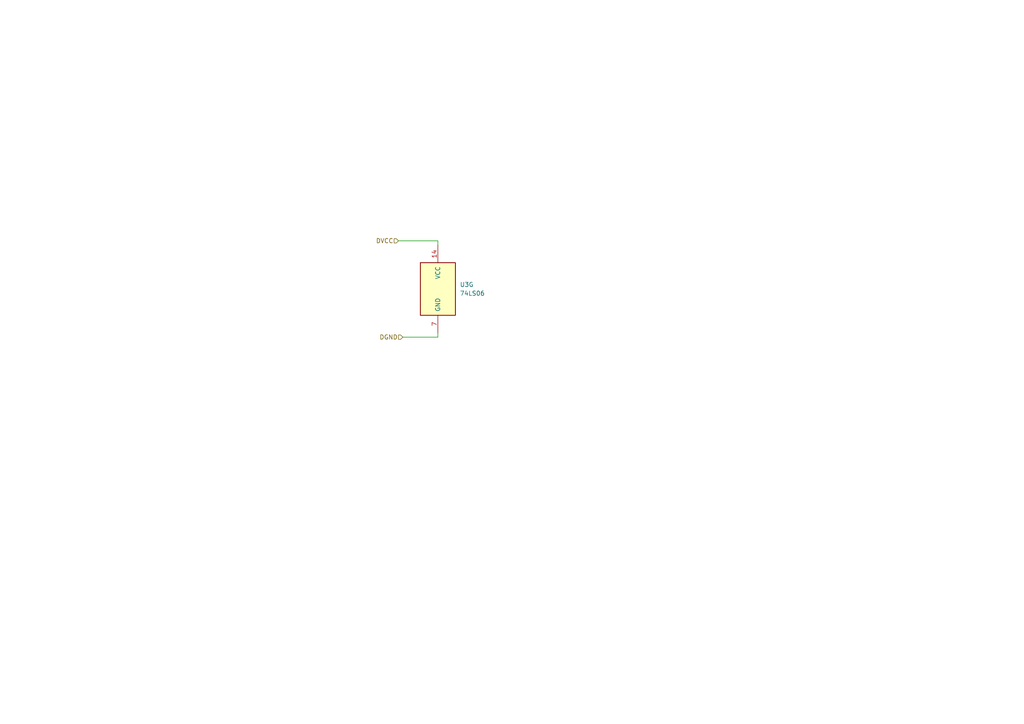
<source format=kicad_sch>
(kicad_sch (version 20231120) (generator "eeschema") (generator_version "8.0")
  (paper "A4")
  (lib_symbols
    (symbol "74xx:74LS06" (pin_names (offset 1.016))
      (property "Reference" "U" (at 0 1.27 0))
      (property "Value" "74LS06" (at 0 -1.27 0))
      (symbol "74LS06_1_0"
        (polyline (pts (xy -3.81 3.81) (xy -3.81 -3.81) (xy 3.81 0) (xy -3.81 3.81)) (stroke (width 0.254)) (fill (type background)))
        (pin input line (at -7.62 0 0) (length 3.81) (name "~") (number "1"))
        (pin open_collector inverted (at 7.62 0 180) (length 3.81) (name "~") (number "2"))
      )
      (symbol "74LS06_2_0"
        (polyline (pts (xy -3.81 3.81) (xy -3.81 -3.81) (xy 3.81 0) (xy -3.81 3.81)) (stroke (width 0.254)) (fill (type background)))
        (pin input line (at -7.62 0 0) (length 3.81) (name "~") (number "3"))
        (pin open_collector inverted (at 7.62 0 180) (length 3.81) (name "~") (number "4"))
      )
      (symbol "74LS06_3_0"
        (polyline (pts (xy -3.81 3.81) (xy -3.81 -3.81) (xy 3.81 0) (xy -3.81 3.81)) (stroke (width 0.254)) (fill (type background)))
        (pin input line (at -7.62 0 0) (length 3.81) (name "~") (number "5"))
        (pin open_collector inverted (at 7.62 0 180) (length 3.81) (name "~") (number "6"))
      )
      (symbol "74LS06_4_0"
        (polyline (pts (xy -3.81 3.81) (xy -3.81 -3.81) (xy 3.81 0) (xy -3.81 3.81)) (stroke (width 0.254)) (fill (type background)))
        (pin open_collector inverted (at 7.62 0 180) (length 3.81) (name "~") (number "8"))
        (pin input line (at -7.62 0 0) (length 3.81) (name "~") (number "9"))
      )
      (symbol "74LS06_5_0"
        (polyline (pts (xy -3.81 3.81) (xy -3.81 -3.81) (xy 3.81 0) (xy -3.81 3.81)) (stroke (width 0.254)) (fill (type background)))
        (pin open_collector inverted (at 7.62 0 180) (length 3.81) (name "~") (number "10"))
        (pin input line (at -7.62 0 0) (length 3.81) (name "~") (number "11"))
      )
      (symbol "74LS06_6_0"
        (polyline (pts (xy -3.81 3.81) (xy -3.81 -3.81) (xy 3.81 0) (xy -3.81 3.81)) (stroke (width 0.254)) (fill (type background)))
        (pin open_collector inverted (at 7.62 0 180) (length 3.81) (name "~") (number "12"))
        (pin input line (at -7.62 0 0) (length 3.81) (name "~") (number "13"))
      )
      (symbol "74LS06_7_0"
        (pin power_in line (at 0 12.7 270) (length 5.08) (name "VCC") (number "14"))
        (pin power_in line (at 0 -12.7 90) (length 5.08) (name "GND") (number "7"))
      )
      (symbol "74LS06_7_1"
        (rectangle (start -5.08 7.62) (end 5.08 -7.62) (stroke (width 0.254)) (fill (type background)))
      )
    )
  )
  (wire (pts (xy 127 71.12) (xy 127 69.85)))
  (wire (pts (xy 116.84 97.79) (xy 127 97.79)))
  (wire (pts (xy 127 96.52) (xy 127 97.79)))
  (wire (pts (xy 115.57 69.85) (xy 127 69.85)))
  (hierarchical_label "DVCC" (shape input) (at 115.57 69.85 180))
  (hierarchical_label "DGND" (shape input) (at 116.84 97.79 180))
  (symbol (lib_id "74xx:74LS06") (at 127 83.82 0) (unit 7)
    (property "Reference" "U3" (at 133.35 82.5499 0) (effects (justify left)))
    (property "Value" "74LS06" (at 133.35 85.0899 0) (effects (justify left)))
    (property "Footprint" "Package_DIP:DIP-14_W7.62mm" (effects (hide yes)))
    (property "Datasheet" "http://www.ti.com/lit/gpn/sn74LS06" (effects (hide yes)))
    (property "Description" "Inverter Open Collect" (effects (hide yes)))
  )
)
</source>
